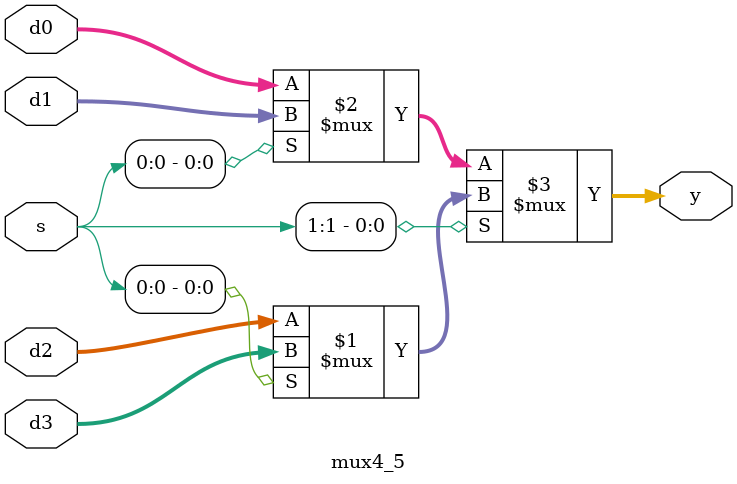
<source format=v>
module mux4_5(
input  [4:0] d0, d1, d2, d3,
input   [1:0] s, 
output [4:0] y);

  assign #10 y = s[1] ? (s[0]? d3 : d2)   // s[1] is 1
                      : (s[0]? d1 : d0);  // s[1] is 0
endmodule

</source>
